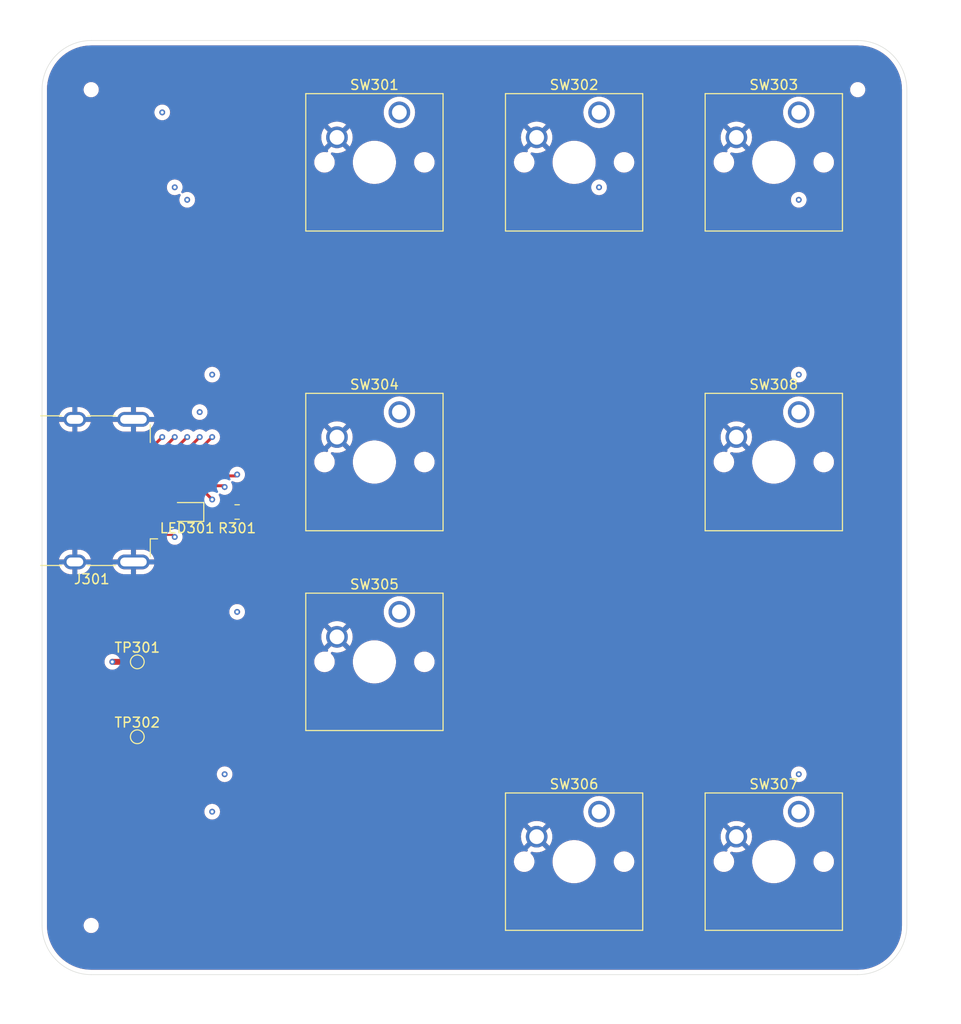
<source format=kicad_pcb>
(kicad_pcb (version 20240108) (generator "pcbnew") (generator_version "8.0")
  (layers (0 "F.Cu" power "F.Cu.Gnd") (1 "In1.Cu" mixed "In1.Cu.SigPwr") (2 "In2.Cu" mixed "In2.Cu.SigPwr") (31 "B.Cu" power "B.Cu.Gnd") (34 "B.Paste" user) (35 "F.Paste" user) (36 "B.SilkS" user "B.Silkscreen") (37 "F.SilkS" user "F.Silkscreen") (38 "B.Mask" user) (39 "F.Mask" user) (44 "Edge.Cuts" user))
  (net 0 "")
  (net 1 "/Right Buttons/GND")
  (net 2 "/Right Buttons/SAND")
  (net 3 "/Right Buttons/BRAKE_RLS")
  (net 5 "/Right Buttons/TDIR_UP")
  (net 6 "/Right Buttons/HORN")
  (net 7 "/Right Buttons/HEADLIGHT")
  (net 8 "/Right Buttons/BRAKE_SCHG")
  (net 10 "/Right Buttons/BELL")
  (net 11 "/Right Buttons/TDIR_DN")
  (net 18 "/Right Buttons/+3.3V")
  (net 19 "Net-(LED301-K)")
  (net 20 "/Right Buttons/RLED")
  (footprint "LED_SMD:LED_0805_2012Metric" (layer "F.Cu") (at 260.35 76.2 180)
    (property "Reference" "LED301" (at 0 -1.65 180) (layer "F.SilkS"))
    (property "Value" "LED" (hide yes))
    (fp_line (start 1 -0.96) (end -1.685 -0.96) (stroke (width 0.12)) (layer "F.SilkS"))
    (fp_line (start -1.685 0.96) (end 1 0.96) (stroke (width 0.12)) (layer "F.SilkS"))
    (fp_line (start -1.685 -0.96) (end -1.685 0.96) (stroke (width 0.12)) (layer "F.SilkS"))
    (pad "1" smd roundrect (at -0.9375 0 180) (size 0.975 1.4) (layers "F.Cu" "F.Paste" "F.Mask") (net 19 "Net-(LED301-K)"))
    (pad "2" smd roundrect (at 0.9375 0 180) (size 0.975 1.4) (layers "F.Cu" "F.Paste" "F.Mask") (net 20 "/Right Buttons/RLED"))
  )
  (footprint "Button_Switch_Keyboard:SW_Cherry_MX_1.00u_PCB" (layer "F.Cu") (at 322.58 106.68)
    (property "Reference" "SW307" (at -2.54 -2.794 0) (layer "F.SilkS"))
    (property "Value" "SW_Push")
    (fp_line (start -9.525 -1.905) (end 4.445 -1.905) (stroke (width 0.12)) (layer "F.SilkS"))
    (fp_line (start -9.525 12.065) (end -9.525 -1.905) (stroke (width 0.12)) (layer "F.SilkS"))
    (fp_line (start 4.445 -1.905) (end 4.445 12.065) (stroke (width 0.12)) (layer "F.SilkS"))
    (fp_line (start 4.445 12.065) (end -9.525 12.065) (stroke (width 0.12)) (layer "F.SilkS"))
    (pad "" np_thru_hole circle (at -7.62 5.08) (size 1.7 1.7) (drill 1.7) (layers "*.Cu" "*.Mask"))
    (pad "" np_thru_hole circle (at -2.54 5.08) (size 4 4) (drill 4) (layers "*.Cu" "*.Mask"))
    (pad "" np_thru_hole circle (at 2.54 5.08) (size 1.7 1.7) (drill 1.7) (layers "*.Cu" "*.Mask"))
    (pad "1" thru_hole circle (at 0 0) (size 2.2 2.2) (drill 1.5) (layers "*.Cu" "*.Mask") (net 10 "/Right Buttons/BELL"))
    (pad "2" thru_hole circle (at -6.35 2.54) (size 2.2 2.2) (drill 1.5) (layers "*.Cu" "*.Mask") (net 1 "/Right Buttons/GND"))
  )
  (footprint "Button_Switch_Keyboard:SW_Cherry_MX_1.00u_PCB" (layer "F.Cu") (at 322.58 66.04)
    (property "Reference" "SW308" (at -2.54 -2.794 0) (layer "F.SilkS"))
    (property "Value" "SW_Push")
    (fp_line (start -9.525 -1.905) (end 4.445 -1.905) (stroke (width 0.12)) (layer "F.SilkS"))
    (fp_line (start -9.525 12.065) (end -9.525 -1.905) (stroke (width 0.12)) (layer "F.SilkS"))
    (fp_line (start 4.445 -1.905) (end 4.445 12.065) (stroke (width 0.12)) (layer "F.SilkS"))
    (fp_line (start 4.445 12.065) (end -9.525 12.065) (stroke (width 0.12)) (layer "F.SilkS"))
    (pad "" np_thru_hole circle (at -7.62 5.08) (size 1.7 1.7) (drill 1.7) (layers "*.Cu" "*.Mask"))
    (pad "" np_thru_hole circle (at -2.54 5.08) (size 4 4) (drill 4) (layers "*.Cu" "*.Mask"))
    (pad "" np_thru_hole circle (at 2.54 5.08) (size 1.7 1.7) (drill 1.7) (layers "*.Cu" "*.Mask"))
    (pad "1" thru_hole circle (at 0 0) (size 2.2 2.2) (drill 1.5) (layers "*.Cu" "*.Mask") (net 8 "/Right Buttons/BRAKE_SCHG"))
    (pad "2" thru_hole circle (at -6.35 2.54) (size 2.2 2.2) (drill 1.5) (layers "*.Cu" "*.Mask") (net 1 "/Right Buttons/GND"))
  )
  (footprint "Button_Switch_Keyboard:SW_Cherry_MX_1.00u_PCB" (layer "F.Cu") (at 302.26 35.56)
    (property "Reference" "SW302" (at -2.54 -2.794 0) (layer "F.SilkS"))
    (property "Value" "SW_Push")
    (fp_line (start -9.525 -1.905) (end 4.445 -1.905) (stroke (width 0.12)) (layer "F.SilkS"))
    (fp_line (start -9.525 12.065) (end -9.525 -1.905) (stroke (width 0.12)) (layer "F.SilkS"))
    (fp_line (start 4.445 -1.905) (end 4.445 12.065) (stroke (width 0.12)) (layer "F.SilkS"))
    (fp_line (start 4.445 12.065) (end -9.525 12.065) (stroke (width 0.12)) (layer "F.SilkS"))
    (pad "" np_thru_hole circle (at -7.62 5.08) (size 1.7 1.7) (drill 1.7) (layers "*.Cu" "*.Mask"))
    (pad "" np_thru_hole circle (at -2.54 5.08) (size 4 4) (drill 4) (layers "*.Cu" "*.Mask"))
    (pad "" np_thru_hole circle (at 2.54 5.08) (size 1.7 1.7) (drill 1.7) (layers "*.Cu" "*.Mask"))
    (pad "1" thru_hole circle (at 0 0) (size 2.2 2.2) (drill 1.5) (layers "*.Cu" "*.Mask") (net 3 "/Right Buttons/BRAKE_RLS"))
    (pad "2" thru_hole circle (at -6.35 2.54) (size 2.2 2.2) (drill 1.5) (layers "*.Cu" "*.Mask") (net 1 "/Right Buttons/GND"))
  )
  (footprint "JLCPCB:JLCPCB_Mounting_Hole" (layer "F.Cu") (at 250.58 33.25)
    (property "Reference" "REF**" (hide yes))
    (property "Value" "JLCPCB_Mounting_Hole")
    (pad "" np_thru_hole circle (at 0 0) (size 1.152 1.152) (drill 1.152) (layers "F&B.Cu" "*.Mask"))
  )
  (footprint "Button_Switch_Keyboard:SW_Cherry_MX_1.00u_PCB" (layer "F.Cu") (at 322.58 35.56)
    (property "Reference" "SW303" (at -2.54 -2.794 0) (layer "F.SilkS"))
    (property "Value" "SW_Push")
    (fp_line (start -9.525 -1.905) (end 4.445 -1.905) (stroke (width 0.12)) (layer "F.SilkS"))
    (fp_line (start -9.525 12.065) (end -9.525 -1.905) (stroke (width 0.12)) (layer "F.SilkS"))
    (fp_line (start 4.445 -1.905) (end 4.445 12.065) (stroke (width 0.12)) (layer "F.SilkS"))
    (fp_line (start 4.445 12.065) (end -9.525 12.065) (stroke (width 0.12)) (layer "F.SilkS"))
    (pad "" np_thru_hole circle (at -7.62 5.08) (size 1.7 1.7) (drill 1.7) (layers "*.Cu" "*.Mask"))
    (pad "" np_thru_hole circle (at -2.54 5.08) (size 4 4) (drill 4) (layers "*.Cu" "*.Mask"))
    (pad "" np_thru_hole circle (at 2.54 5.08) (size 1.7 1.7) (drill 1.7) (layers "*.Cu" "*.Mask"))
    (pad "1" thru_hole circle (at 0 0) (size 2.2 2.2) (drill 1.5) (layers "*.Cu" "*.Mask") (net 7 "/Right Buttons/HEADLIGHT"))
    (pad "2" thru_hole circle (at -6.35 2.54) (size 2.2 2.2) (drill 1.5) (layers "*.Cu" "*.Mask") (net 1 "/Right Buttons/GND"))
  )
  (footprint "JLCPCB:JLCPCB_Mounting_Hole" (layer "F.Cu") (at 250.58 118.25)
    (property "Reference" "REF**" (hide yes))
    (property "Value" "JLCPCB_Mounting_Hole")
    (pad "" np_thru_hole circle (at 0 0) (size 1.152 1.152) (drill 1.152) (layers "F&B.Cu" "*.Mask"))
  )
  (footprint "Connector_HDMI:HDMI_A_Molex_208658-1001_Horizontal" (layer "F.Cu") (at 252.355 74.03 180)
    (property "Reference" "J301" (at 1.715 -9 180) (layer "F.SilkS"))
    (property "Value" "HDMI_A")
    (fp_line (start 4.815 7.61) (end 6.915 7.61) (stroke (width 0.12)) (layer "F.SilkS"))
    (fp_line (start 4.815 -7.61) (end 6.915 -7.61) (stroke (width 0.12)) (layer "F.SilkS"))
    (fp_line (start -0.685 7.61) (end 2.115 7.61) (stroke (width 0.12)) (layer "F.SilkS"))
    (fp_line (start -0.685 -7.61) (end 2.115 -7.61) (stroke (width 0.12)) (layer "F.SilkS"))
    (fp_line (start -4.235 6.7) (end -4.235 4.9) (stroke (width 0.12)) (layer "F.SilkS"))
    (fp_line (start -4.235 -4.9) (end -4.235 -6.7) (stroke (width 0.12)) (layer "F.SilkS"))
    (fp_line (start -4.985 -4.9) (end -4.235 -4.9) (stroke (width 0.12)) (layer "F.SilkS"))
    (pad "1" smd rect (at -3.285 -4.5 180) (size 2.6 0.3) (layers "F.Cu" "F.Paste" "F.Mask") (net 18 "/Right Buttons/+3.3V"))
    (pad "2" smd rect (at -3.285 -4 180) (size 2.6 0.3) (layers "F.Cu" "F.Paste" "F.Mask"))
    (pad "3" smd rect (at -3.285 -3.5 180) (size 2.6 0.3) (layers "F.Cu" "F.Paste" "F.Mask"))
    (pad "4" smd rect (at -3.285 -3 180) (size 2.6 0.3) (layers "F.Cu" "F.Paste" "F.Mask"))
    (pad "5" smd rect (at -3.285 -2.5 180) (size 2.6 0.3) (layers "F.Cu" "F.Paste" "F.Mask"))
    (pad "6" smd rect (at -3.285 -2 180) (size 2.6 0.3) (layers "F.Cu" "F.Paste" "F.Mask") (net 20 "/Right Buttons/RLED"))
    (pad "7" smd rect (at -3.285 -1.5 180) (size 2.6 0.3) (layers "F.Cu" "F.Paste" "F.Mask"))
    (pad "8" smd rect (at -3.285 -1 180) (size 2.6 0.3) (layers "F.Cu" "F.Paste" "F.Mask"))
    (pad "9" smd rect (at -3.285 -0.5 180) (size 2.6 0.3) (layers "F.Cu" "F.Paste" "F.Mask"))
    (pad "10" smd rect (at -3.285 0 180) (size 2.6 0.3) (layers "F.Cu" "F.Paste" "F.Mask") (net 6 "/Right Buttons/HORN"))
    (pad "11" smd rect (at -3.285 0.5 180) (size 2.6 0.3) (layers "F.Cu" "F.Paste" "F.Mask") (net 10 "/Right Buttons/BELL"))
    (pad "12" smd rect (at -3.285 1 180) (size 2.6 0.3) (layers "F.Cu" "F.Paste" "F.Mask"))
    (pad "13" smd rect (at -3.285 1.5 180) (size 2.6 0.3) (layers "F.Cu" "F.Paste" "F.Mask") (net 11 "/Right Buttons/TDIR_DN"))
    (pad "14" smd rect (at -3.285 2 180) (size 2.6 0.3) (layers "F.Cu" "F.Paste" "F.Mask") (net 8 "/Right Buttons/BRAKE_SCHG"))
    (pad "15" smd rect (at -3.285 2.5 180) (size 2.6 0.3) (layers "F.Cu" "F.Paste" "F.Mask") (net 5 "/Right Buttons/TDIR_UP"))
    (pad "16" smd rect (at -3.285 3 180) (size 2.6 0.3) (layers "F.Cu" "F.Paste" "F.Mask") (net 7 "/Right Buttons/HEADLIGHT"))
    (pad "17" smd rect (at -3.285 3.5 180) (size 2.6 0.3) (layers "F.Cu" "F.Paste" "F.Mask") (net 1 "/Right Buttons/GND"))
    (pad "18" smd rect (at -3.285 4 180) (size 2.6 0.3) (layers "F.Cu" "F.Paste" "F.Mask") (net 3 "/Right Buttons/BRAKE_RLS"))
    (pad "19" smd rect (at -3.285 4.5 180) (size 2.6 0.3) (layers "F.Cu" "F.Paste" "F.Mask") (net 2 "/Right Buttons/SAND"))
    (pad "SH" thru_hole oval (at -2.525 -7.25 180) (size 3.3 1.5) (drill oval 2.7 0.9) (layers "*.Cu" "*.Mask") (net 1 "/Right Buttons/GND"))
    (pad "SH" thru_hole oval (at -2.525 7.25 180) (size 3.3 1.5) (drill oval 2.7 0.9) (layers "*.Cu" "*.Mask") (net 1 "/Right Buttons/GND"))
    (pad "SH" thru_hole oval (at 3.435 -7.25 180) (size 2.3 1.5) (drill oval 1.7 0.9) (layers "*.Cu" "*.Mask") (net 1 "/Right Buttons/GND"))
    (pad "SH" thru_hole oval (at 3.435 7.25 180) (size 2.3 1.5) (drill oval 1.7 0.9) (layers "*.Cu" "*.Mask") (net 1 "/Right Buttons/GND"))
  )
  (footprint "Resistor_SMD:R_0805_2012Metric" (layer "F.Cu") (at 265.43 76.2 180)
    (property "Reference" "R301" (at 0 -1.65 180) (layer "F.SilkS"))
    (property "Value" "68Ω")
    (fp_line (start -0.227064 0.735) (end 0.227064 0.735) (stroke (width 0.12)) (layer "F.SilkS"))
    (fp_line (start -0.227064 -0.735) (end 0.227064 -0.735) (stroke (width 0.12)) (layer "F.SilkS"))
    (pad "1" smd roundrect (at -0.9125 0 180) (size 1.025 1.4) (layers "F.Cu" "F.Paste" "F.Mask") (roundrect_rratio 0.243902) (net 1 "/Right Buttons/GND"))
    (pad "2" smd roundrect (at 0.9125 0 180) (size 1.025 1.4) (layers "F.Cu" "F.Paste" "F.Mask") (roundrect_rratio 0.243902) (net 19 "Net-(LED301-K)"))
  )
  (footprint "Button_Switch_Keyboard:SW_Cherry_MX_1.00u_PCB" (layer "F.Cu") (at 302.26 106.68)
    (property "Reference" "SW306" (at -2.54 -2.794 0) (layer "F.SilkS"))
    (property "Value" "SW_Push")
    (fp_line (start -9.525 -1.905) (end 4.445 -1.905) (stroke (width 0.12)) (layer "F.SilkS"))
    (fp_line (start -9.525 12.065) (end -9.525 -1.905) (stroke (width 0.12)) (layer "F.SilkS"))
    (fp_line (start 4.445 -1.905) (end 4.445 12.065) (stroke (width 0.12)) (layer "F.SilkS"))
    (fp_line (start 4.445 12.065) (end -9.525 12.065) (stroke (width 0.12)) (layer "F.SilkS"))
    (pad "" np_thru_hole circle (at -7.62 5.08) (size 1.7 1.7) (drill 1.7) (layers "*.Cu" "*.Mask"))
    (pad "" np_thru_hole circle (at -2.54 5.08) (size 4 4) (drill 4) (layers "*.Cu" "*.Mask"))
    (pad "" np_thru_hole circle (at 2.54 5.08) (size 1.7 1.7) (drill 1.7) (layers "*.Cu" "*.Mask"))
    (pad "1" thru_hole circle (at 0 0) (size 2.2 2.2) (drill 1.5) (layers "*.Cu" "*.Mask") (net 6 "/Right Buttons/HORN"))
    (pad "2" thru_hole circle (at -6.35 2.54) (size 2.2 2.2) (drill 1.5) (layers "*.Cu" "*.Mask") (net 1 "/Right Buttons/GND"))
  )
  (footprint "Button_Switch_Keyboard:SW_Cherry_MX_1.00u_PCB" (layer "F.Cu") (at 281.94 86.36)
    (property "Reference" "SW305" (at -2.54 -2.794 0) (layer "F.SilkS"))
    (property "Value" "SW_Push")
    (fp_line (start -9.525 -1.905) (end 4.445 -1.905) (stroke (width 0.12)) (layer "F.SilkS"))
    (fp_line (start -9.525 12.065) (end -9.525 -1.905) (stroke (width 0.12)) (layer "F.SilkS"))
    (fp_line (start 4.445 -1.905) (end 4.445 12.065) (stroke (width 0.12)) (layer "F.SilkS"))
    (fp_line (start 4.445 12.065) (end -9.525 12.065) (stroke (width 0.12)) (layer "F.SilkS"))
    (pad "" np_thru_hole circle (at -7.62 5.08) (size 1.7 1.7) (drill 1.7) (layers "*.Cu" "*.Mask"))
    (pad "" np_thru_hole circle (at -2.54 5.08) (size 4 4) (drill 4) (layers "*.Cu" "*.Mask"))
    (pad "" np_thru_hole circle (at 2.54 5.08) (size 1.7 1.7) (drill 1.7) (layers "*.Cu" "*.Mask"))
    (pad "1" thru_hole circle (at 0 0) (size 2.2 2.2) (drill 1.5) (layers "*.Cu" "*.Mask") (net 11 "/Right Buttons/TDIR_DN"))
    (pad "2" thru_hole circle (at -6.35 2.54) (size 2.2 2.2) (drill 1.5) (layers "*.Cu" "*.Mask") (net 1 "/Right Buttons/GND"))
  )
  (footprint "Button_Switch_Keyboard:SW_Cherry_MX_1.00u_PCB" (layer "F.Cu") (at 281.94 66.04)
    (property "Reference" "SW304" (at -2.54 -2.794 0) (layer "F.SilkS"))
    (property "Value" "SW_Push")
    (fp_line (start -9.525 -1.905) (end 4.445 -1.905) (stroke (width 0.12)) (layer "F.SilkS"))
    (fp_line (start -9.525 12.065) (end -9.525 -1.905) (stroke (width 0.12)) (layer "F.SilkS"))
    (fp_line (start 4.445 -1.905) (end 4.445 12.065) (stroke (width 0.12)) (layer "F.SilkS"))
    (fp_line (start 4.445 12.065) (end -9.525 12.065) (stroke (width 0.12)) (layer "F.SilkS"))
    (pad "" np_thru_hole circle (at -7.62 5.08) (size 1.7 1.7) (drill 1.7) (layers "*.Cu" "*.Mask"))
    (pad "" np_thru_hole circle (at -2.54 5.08) (size 4 4) (drill 4) (layers "*.Cu" "*.Mask"))
    (pad "" np_thru_hole circle (at 2.54 5.08) (size 1.7 1.7) (drill 1.7) (layers "*.Cu" "*.Mask"))
    (pad "1" thru_hole circle (at 0 0) (size 2.2 2.2) (drill 1.5) (layers "*.Cu" "*.Mask") (net 5 "/Right Buttons/TDIR_UP"))
    (pad "2" thru_hole circle (at -6.35 2.54) (size 2.2 2.2) (drill 1.5) (layers "*.Cu" "*.Mask") (net 1 "/Right Buttons/GND"))
  )
  (footprint "JLCPCB:JLCPCB_Mounting_Hole" (layer "F.Cu") (at 328.58 33.25)
    (property "Reference" "REF**" (hide yes))
    (property "Value" "JLCPCB_Mounting_Hole")
    (pad "" np_thru_hole circle (at 0 0) (size 1.152 1.152) (drill 1.152) (layers "F&B.Cu" "*.Mask"))
  )
  (footprint "Button_Switch_Keyboard:SW_Cherry_MX_1.00u_PCB" (layer "F.Cu") (at 281.94 35.56)
    (property "Reference" "SW301" (at -2.54 -2.794 0) (layer "F.SilkS"))
    (property "Value" "SW_Push")
    (fp_line (start -9.525 -1.905) (end 4.445 -1.905) (stroke (width 0.12)) (layer "F.SilkS"))
    (fp_line (start -9.525 12.065) (end -9.525 -1.905) (stroke (width 0.12)) (layer "F.SilkS"))
    (fp_line (start 4.445 -1.905) (end 4.445 12.065) (stroke (width 0.12)) (layer "F.SilkS"))
    (fp_line (start 4.445 12.065) (end -9.525 12.065) (stroke (width 0.12)) (layer "F.SilkS"))
    (pad "" np_thru_hole circle (at -7.62 5.08) (size 1.7 1.7) (drill 1.7) (layers "*.Cu" "*.Mask"))
    (pad "" np_thru_hole circle (at -2.54 5.08) (size 4 4) (drill 4) (layers "*.Cu" "*.Mask"))
    (pad "" np_thru_hole circle (at 2.54 5.08) (size 1.7 1.7) (drill 1.7) (layers "*.Cu" "*.Mask"))
    (pad "1" thru_hole circle (at 0 0) (size 2.2 2.2) (drill 1.5) (layers "*.Cu" "*.Mask") (net 2 "/Right Buttons/SAND"))
    (pad "2" thru_hole circle (at -6.35 2.54) (size 2.2 2.2) (drill 1.5) (layers "*.Cu" "*.Mask") (net 1 "/Right Buttons/GND"))
  )
  (footprint "TestPoint:TestPoint_Pad_D1.0mm" (layer "F.Cu") (at 255.27 99.06)
    (property "Reference" "TP302" (at 0 -1.448 0) (layer "F.SilkS"))
    (property "Value" "TestPoint")
    (fp_circle (center 0 0) (end 0 0.7) (stroke (width 0.12)) (fill none) (layer "F.SilkS"))
    (pad "1" smd circle (at 0 0) (size 1 1) (layers "F.Cu" "F.Mask") (net 1 "/Right Buttons/GND"))
  )
  (footprint "TestPoint:TestPoint_Pad_D1.0mm" (layer "F.Cu") (at 255.27 91.44)
    (property "Reference" "TP301" (at 0 -1.448 0) (layer "F.SilkS"))
    (property "Value" "TestPoint")
    (fp_circle (center 0 0) (end 0 0.7) (stroke (width 0.12)) (fill none) (layer "F.SilkS"))
    (pad "1" smd circle (at 0 0) (size 1 1) (layers "F.Cu" "F.Mask") (net 18 "/Right Buttons/+3.3V"))
  )
  (gr_arc (start 328.58 28.25) (mid 332.115534 29.714466) (end 333.58 33.25) (stroke (width 0.05)) (layer "Edge.Cuts"))
  (gr_arc (start 245.58 33.25) (mid 247.044466 29.714466) (end 250.58 28.25) (stroke (width 0.05)) (layer "Edge.Cuts"))
  (gr_line (start 245.58 33.25) (end 245.58 118.25) (stroke (width 0.05)) (layer "Edge.Cuts"))
  (gr_arc (start 333.58 118.25) (mid 332.115534 121.785534) (end 328.58 123.25) (stroke (width 0.05)) (layer "Edge.Cuts"))
  (gr_line (start 250.58 123.25) (end 328.58 123.25) (stroke (width 0.05)) (layer "Edge.Cuts"))
  (gr_arc (start 250.58 123.25) (mid 247.044466 121.785534) (end 245.58 118.25) (stroke (width 0.05)) (layer "Edge.Cuts"))
  (gr_line (start 333.58 118.25) (end 333.58 33.25) (stroke (width 0.05)) (layer "Edge.Cuts"))
  (gr_line (start 250.58 28.25) (end 328.58 28.25) (stroke (width 0.05)) (layer "Edge.Cuts"))
  (segment (start 255.64 70.53) (end 253.32 70.53) (width 0.3) (layer "F.Cu") (net 1))
  (segment (start 255.64 69.53) (end 256.86 69.53) (width 0.3) (layer "F.Cu") (net 2))
  (segment (start 256.86 69.53) (end 257.81 68.58) (width 0.3) (layer "F.Cu") (net 2))
  (via (at 257.81 68.58) (size 0.6) (drill 0.3) (layers "F.Cu" "B.Cu") (net 2))
  (via (at 257.81 35.56) (size 0.6) (drill 0.3) (layers "F.Cu" "B.Cu") (net 2))
  (segment (start 255.64 70.03) (end 257.63 70.03) (width 0.3) (layer "F.Cu") (net 3))
  (segment (start 257.63 70.03) (end 259.08 68.58) (width 0.3) (layer "F.Cu") (net 3))
  (via (at 302.26 43.18) (size 0.6) (drill 0.3) (layers "F.Cu" "B.Cu") (net 3))
  (via (at 259.08 68.58) (size 0.6) (drill 0.3) (layers "F.Cu" "B.Cu") (net 3))
  (via (at 259.08 43.18) (size 0.6) (drill 0.3) (layers "F.Cu" "B.Cu") (net 3))
  (segment (start 258.67 71.53) (end 261.62 68.58) (width 0.3) (layer "F.Cu") (net 5))
  (segment (start 255.64 71.53) (end 258.67 71.53) (width 0.3) (layer "F.Cu") (net 5))
  (via (at 261.62 66.04) (size 0.6) (drill 0.3) (layers "F.Cu" "B.Cu") (net 5))
  (via (at 261.62 68.58) (size 0.6) (drill 0.3) (layers "F.Cu" "B.Cu") (net 5))
  (segment (start 261.99 74.03) (end 262.89 74.93) (width 0.3) (layer "F.Cu") (net 6))
  (segment (start 255.64 74.03) (end 261.99 74.03) (width 0.3) (layer "F.Cu") (net 6))
  (via (at 262.89 106.68) (size 0.6) (drill 0.3) (layers "F.Cu" "B.Cu") (net 6))
  (via (at 262.89 74.93) (size 0.6) (drill 0.3) (layers "F.Cu" "B.Cu") (net 6))
  (segment (start 257.9 71.03) (end 260.35 68.58) (width 0.3) (layer "F.Cu") (net 7))
  (segment (start 255.64 71.03) (end 257.9 71.03) (width 0.3) (layer "F.Cu") (net 7))
  (via (at 260.35 44.45) (size 0.6) (drill 0.3) (layers "F.Cu" "B.Cu") (net 7))
  (via (at 322.58 44.45) (size 0.6) (drill 0.3) (layers "F.Cu" "B.Cu") (net 7))
  (via (at 260.35 68.58) (size 0.6) (drill 0.3) (layers "F.Cu" "B.Cu") (net 7))
  (segment (start 259.44 72.03) (end 262.89 68.58) (width 0.3) (layer "F.Cu") (net 8))
  (segment (start 255.64 72.03) (end 259.44 72.03) (width 0.3) (layer "F.Cu") (net 8))
  (via (at 262.89 62.23) (size 0.6) (drill 0.3) (layers "F.Cu" "B.Cu") (net 8))
  (via (at 322.58 62.23) (size 0.6) (drill 0.3) (layers "F.Cu" "B.Cu") (net 8))
  (via (at 262.89 68.58) (size 0.6) (drill 0.3) (layers "F.Cu" "B.Cu") (net 8))
  (segment (start 264.16 73.66) (end 264.03 73.53) (width 0.3) (layer "F.Cu") (net 10))
  (segment (start 264.03 73.53) (end 255.64 73.53) (width 0.3) (layer "F.Cu") (net 10))
  (via (at 264.16 102.87) (size 0.6) (drill 0.3) (layers "F.Cu" "B.Cu") (net 10))
  (via (at 264.16 73.66) (size 0.6) (drill 0.3) (layers "F.Cu" "B.Cu") (net 10))
  (via (at 322.58 102.87) (size 0.6) (drill 0.3) (layers "F.Cu" "B.Cu") (net 10))
  (segment (start 265.43 72.39) (end 265.29 72.53) (width 0.3) (layer "F.Cu") (net 11))
  (segment (start 265.29 72.53) (end 255.64 72.53) (width 0.3) (layer "F.Cu") (net 11))
  (via (at 265.43 72.39) (size 0.6) (drill 0.3) (layers "F.Cu" "B.Cu") (net 11))
  (via (at 265.43 86.36) (size 0.6) (drill 0.3) (layers "F.Cu" "B.Cu") (net 11))
  (segment (start 255.64 78.53) (end 258.87 78.53) (width 0.2) (layer "F.Cu") (net 18))
  (segment (start 255.27 91.44) (end 252.73 91.44) (width 0.6) (layer "F.Cu") (net 18))
  (segment (start 258.87 78.53) (end 259.08 78.74) (width 0.2) (layer "F.Cu") (net 18))
  (via (at 252.73 91.44) (size 0.6) (drill 0.3) (layers "F.Cu" "B.Cu") (net 18))
  (via (at 259.08 78.74) (size 0.6) (drill 0.3) (layers "F.Cu" "B.Cu") (net 18))
  (segment (start 261.2875 76.2) (end 264.5175 76.2) (width 0.3) (layer "F.Cu") (net 19))
  (segment (start 255.64 76.03) (end 259.2425 76.03) (width 0.3) (layer "F.Cu") (net 20))
  (zone (net 1) (net_name "/Right Buttons/GND") (layer "F.Cu") (priority 1) (connect_pads (clearance 0.5)) (min_thickness 0.25) (fill yes (thermal_gap 0.5) (thermal_bridge_width 0.5))
    (polygon (pts (xy 245.11 27.94) (xy 335.28 27.94) (xy 335.28 124.46) (xy 245.11 124.46)))
  )
  (zone (net 1) (net_name "/Right Buttons/GND") (layer "B.Cu") (priority 1) (connect_pads (clearance 0.5)) (min_thickness 0.25) (fill yes (thermal_gap 0.5) (thermal_bridge_width 0.5))
    (polygon (pts (xy 241.3 24.13) (xy 339.09 24.13) (xy 339.09 128.27) (xy 241.3 128.27)))
  )
)
</source>
